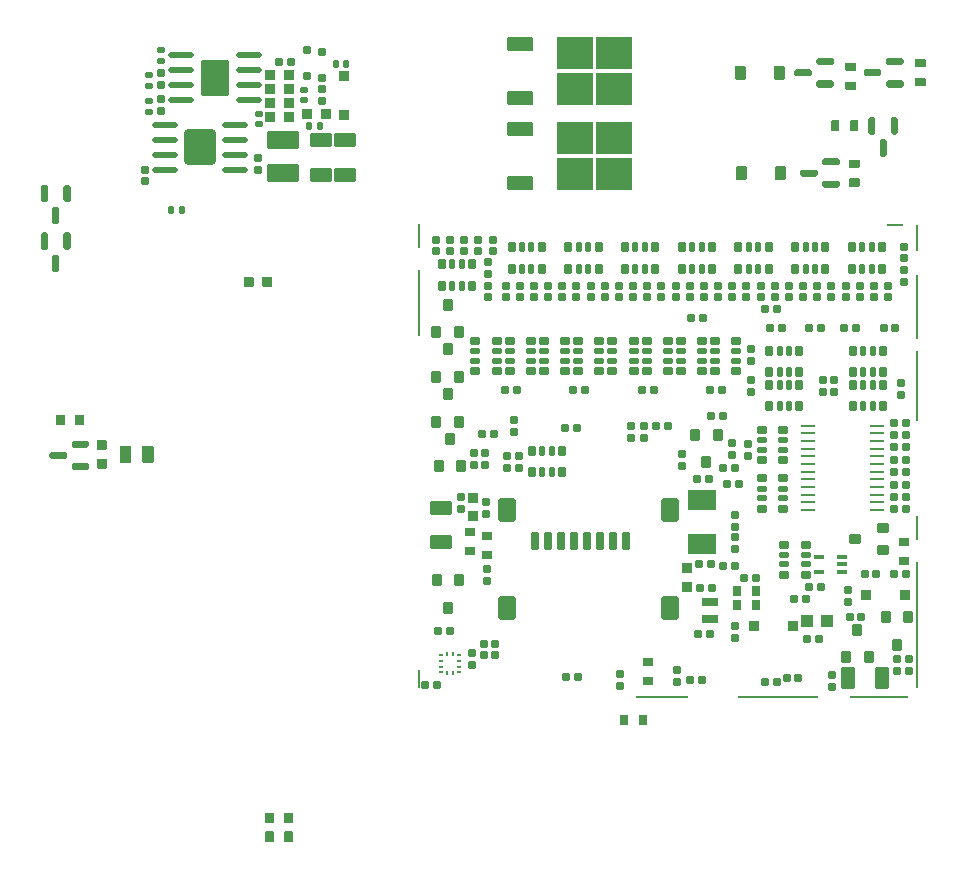
<source format=gbp>
G75*
G70*
%OFA0B0*%
%FSLAX25Y25*%
%IPPOS*%
%LPD*%
%AMOC8*
5,1,8,0,0,1.08239X$1,22.5*
%
%AMM133*
21,1,0.035430,0.030320,-0.000000,-0.000000,270.000000*
21,1,0.028350,0.037400,-0.000000,-0.000000,270.000000*
1,1,0.007090,-0.015160,-0.014170*
1,1,0.007090,-0.015160,0.014170*
1,1,0.007090,0.015160,0.014170*
1,1,0.007090,0.015160,-0.014170*
%
%AMM135*
21,1,0.035830,0.026770,-0.000000,-0.000000,180.000000*
21,1,0.029130,0.033470,-0.000000,-0.000000,180.000000*
1,1,0.006690,-0.014570,0.013390*
1,1,0.006690,0.014570,0.013390*
1,1,0.006690,0.014570,-0.013390*
1,1,0.006690,-0.014570,-0.013390*
%
%AMM137*
21,1,0.070870,0.036220,-0.000000,-0.000000,270.000000*
21,1,0.061810,0.045280,-0.000000,-0.000000,270.000000*
1,1,0.009060,-0.018110,-0.030910*
1,1,0.009060,-0.018110,0.030910*
1,1,0.009060,0.018110,0.030910*
1,1,0.009060,0.018110,-0.030910*
%
%AMM157*
21,1,0.033470,0.026770,-0.000000,-0.000000,90.000000*
21,1,0.026770,0.033470,-0.000000,-0.000000,90.000000*
1,1,0.006690,0.013390,0.013390*
1,1,0.006690,0.013390,-0.013390*
1,1,0.006690,-0.013390,-0.013390*
1,1,0.006690,-0.013390,0.013390*
%
%AMM171*
21,1,0.035830,0.026770,0.000000,-0.000000,270.000000*
21,1,0.029130,0.033470,0.000000,-0.000000,270.000000*
1,1,0.006690,-0.013390,-0.014570*
1,1,0.006690,-0.013390,0.014570*
1,1,0.006690,0.013390,0.014570*
1,1,0.006690,0.013390,-0.014570*
%
%AMM173*
21,1,0.070870,0.036220,0.000000,-0.000000,0.000000*
21,1,0.061810,0.045280,0.000000,-0.000000,0.000000*
1,1,0.009060,0.030910,-0.018110*
1,1,0.009060,-0.030910,-0.018110*
1,1,0.009060,-0.030910,0.018110*
1,1,0.009060,0.030910,0.018110*
%
%AMM176*
21,1,0.023620,0.018900,0.000000,-0.000000,0.000000*
21,1,0.018900,0.023620,0.000000,-0.000000,0.000000*
1,1,0.004720,0.009450,-0.009450*
1,1,0.004720,-0.009450,-0.009450*
1,1,0.004720,-0.009450,0.009450*
1,1,0.004720,0.009450,0.009450*
%
%AMM177*
21,1,0.019680,0.019680,0.000000,-0.000000,270.000000*
21,1,0.015750,0.023620,0.000000,-0.000000,270.000000*
1,1,0.003940,-0.009840,-0.007870*
1,1,0.003940,-0.009840,0.007870*
1,1,0.003940,0.009840,0.007870*
1,1,0.003940,0.009840,-0.007870*
%
%AMM178*
21,1,0.019680,0.019680,0.000000,-0.000000,180.000000*
21,1,0.015750,0.023620,0.000000,-0.000000,180.000000*
1,1,0.003940,-0.007870,0.009840*
1,1,0.003940,0.007870,0.009840*
1,1,0.003940,0.007870,-0.009840*
1,1,0.003940,-0.007870,-0.009840*
%
%AMM192*
21,1,0.106300,0.050390,0.000000,-0.000000,0.000000*
21,1,0.093700,0.062990,0.000000,-0.000000,0.000000*
1,1,0.012600,0.046850,-0.025200*
1,1,0.012600,-0.046850,-0.025200*
1,1,0.012600,-0.046850,0.025200*
1,1,0.012600,0.046850,0.025200*
%
%AMM193*
21,1,0.033470,0.026770,0.000000,-0.000000,180.000000*
21,1,0.026770,0.033470,0.000000,-0.000000,180.000000*
1,1,0.006690,-0.013390,0.013390*
1,1,0.006690,0.013390,0.013390*
1,1,0.006690,0.013390,-0.013390*
1,1,0.006690,-0.013390,-0.013390*
%
%AMM194*
21,1,0.023620,0.018900,0.000000,-0.000000,90.000000*
21,1,0.018900,0.023620,0.000000,-0.000000,90.000000*
1,1,0.004720,0.009450,0.009450*
1,1,0.004720,0.009450,-0.009450*
1,1,0.004720,-0.009450,-0.009450*
1,1,0.004720,-0.009450,0.009450*
%
%AMM195*
21,1,0.122050,0.075590,0.000000,-0.000000,90.000000*
21,1,0.103150,0.094490,0.000000,-0.000000,90.000000*
1,1,0.018900,0.037800,0.051580*
1,1,0.018900,0.037800,-0.051580*
1,1,0.018900,-0.037800,-0.051580*
1,1,0.018900,-0.037800,0.051580*
%
%AMM196*
21,1,0.118110,0.083460,0.000000,-0.000000,270.000000*
21,1,0.097240,0.104330,0.000000,-0.000000,270.000000*
1,1,0.020870,-0.041730,-0.048620*
1,1,0.020870,-0.041730,0.048620*
1,1,0.020870,0.041730,0.048620*
1,1,0.020870,0.041730,-0.048620*
%
%AMM259*
21,1,0.027560,0.018900,-0.000000,-0.000000,0.000000*
21,1,0.022840,0.023620,-0.000000,-0.000000,0.000000*
1,1,0.004720,0.011420,-0.009450*
1,1,0.004720,-0.011420,-0.009450*
1,1,0.004720,-0.011420,0.009450*
1,1,0.004720,0.011420,0.009450*
%
%AMM262*
21,1,0.025590,0.026380,-0.000000,-0.000000,270.000000*
21,1,0.020470,0.031500,-0.000000,-0.000000,270.000000*
1,1,0.005120,-0.013190,-0.010240*
1,1,0.005120,-0.013190,0.010240*
1,1,0.005120,0.013190,0.010240*
1,1,0.005120,0.013190,-0.010240*
%
%AMM263*
21,1,0.017720,0.027950,-0.000000,-0.000000,270.000000*
21,1,0.014170,0.031500,-0.000000,-0.000000,270.000000*
1,1,0.003540,-0.013980,-0.007090*
1,1,0.003540,-0.013980,0.007090*
1,1,0.003540,0.013980,0.007090*
1,1,0.003540,0.013980,-0.007090*
%
%AMM265*
21,1,0.012600,0.028980,-0.000000,-0.000000,270.000000*
21,1,0.010080,0.031500,-0.000000,-0.000000,270.000000*
1,1,0.002520,-0.014490,-0.005040*
1,1,0.002520,-0.014490,0.005040*
1,1,0.002520,0.014490,0.005040*
1,1,0.002520,0.014490,-0.005040*
%
%AMM268*
21,1,0.027560,0.018900,-0.000000,-0.000000,270.000000*
21,1,0.022840,0.023620,-0.000000,-0.000000,270.000000*
1,1,0.004720,-0.009450,-0.011420*
1,1,0.004720,-0.009450,0.011420*
1,1,0.004720,0.009450,0.011420*
1,1,0.004720,0.009450,-0.011420*
%
%AMM285*
21,1,0.035430,0.030320,-0.000000,-0.000000,0.000000*
21,1,0.028350,0.037400,-0.000000,-0.000000,0.000000*
1,1,0.007090,0.014170,-0.015160*
1,1,0.007090,-0.014170,-0.015160*
1,1,0.007090,-0.014170,0.015160*
1,1,0.007090,0.014170,0.015160*
%
%AMM286*
21,1,0.070870,0.036220,-0.000000,-0.000000,180.000000*
21,1,0.061810,0.045280,-0.000000,-0.000000,180.000000*
1,1,0.009060,-0.030910,0.018110*
1,1,0.009060,0.030910,0.018110*
1,1,0.009060,0.030910,-0.018110*
1,1,0.009060,-0.030910,-0.018110*
%
%AMM287*
21,1,0.059060,0.020470,-0.000000,-0.000000,270.000000*
21,1,0.053940,0.025590,-0.000000,-0.000000,270.000000*
1,1,0.005120,-0.010240,-0.026970*
1,1,0.005120,-0.010240,0.026970*
1,1,0.005120,0.010240,0.026970*
1,1,0.005120,0.010240,-0.026970*
%
%AMM288*
21,1,0.078740,0.045670,-0.000000,-0.000000,270.000000*
21,1,0.067320,0.057090,-0.000000,-0.000000,270.000000*
1,1,0.011420,-0.022840,-0.033660*
1,1,0.011420,-0.022840,0.033660*
1,1,0.011420,0.022840,0.033660*
1,1,0.011420,0.022840,-0.033660*
%
%AMM289*
21,1,0.025590,0.026380,-0.000000,-0.000000,180.000000*
21,1,0.020470,0.031500,-0.000000,-0.000000,180.000000*
1,1,0.005120,-0.010240,0.013190*
1,1,0.005120,0.010240,0.013190*
1,1,0.005120,0.010240,-0.013190*
1,1,0.005120,-0.010240,-0.013190*
%
%AMM290*
21,1,0.017720,0.027950,-0.000000,-0.000000,180.000000*
21,1,0.014170,0.031500,-0.000000,-0.000000,180.000000*
1,1,0.003540,-0.007090,0.013980*
1,1,0.003540,0.007090,0.013980*
1,1,0.003540,0.007090,-0.013980*
1,1,0.003540,-0.007090,-0.013980*
%
%AMM291*
21,1,0.027560,0.030710,-0.000000,-0.000000,270.000000*
21,1,0.022050,0.036220,-0.000000,-0.000000,270.000000*
1,1,0.005510,-0.015350,-0.011020*
1,1,0.005510,-0.015350,0.011020*
1,1,0.005510,0.015350,0.011020*
1,1,0.005510,0.015350,-0.011020*
%
%AMM292*
21,1,0.027560,0.049610,-0.000000,-0.000000,90.000000*
21,1,0.022050,0.055120,-0.000000,-0.000000,90.000000*
1,1,0.005510,0.024800,0.011020*
1,1,0.005510,0.024800,-0.011020*
1,1,0.005510,-0.024800,-0.011020*
1,1,0.005510,-0.024800,0.011020*
%
%AMM293*
21,1,0.027560,0.030710,-0.000000,-0.000000,180.000000*
21,1,0.022050,0.036220,-0.000000,-0.000000,180.000000*
1,1,0.005510,-0.011020,0.015350*
1,1,0.005510,0.011020,0.015350*
1,1,0.005510,0.011020,-0.015350*
1,1,0.005510,-0.011020,-0.015350*
%
%ADD195R,0.03937X0.04331*%
%ADD200R,0.09449X0.06693*%
%ADD206O,0.04961X0.00984*%
%ADD207R,0.00984X0.01378*%
%ADD208R,0.01378X0.00984*%
%ADD283O,0.08661X0.01968*%
%ADD295M133*%
%ADD297M135*%
%ADD299M137*%
%ADD319M157*%
%ADD333M171*%
%ADD335M173*%
%ADD338M176*%
%ADD339M177*%
%ADD340M178*%
%ADD354M192*%
%ADD355M193*%
%ADD356M194*%
%ADD357M195*%
%ADD358M196*%
%ADD441M259*%
%ADD444M262*%
%ADD445M263*%
%ADD447M265*%
%ADD450M268*%
%ADD46R,0.00787X0.09055*%
%ADD467M285*%
%ADD468M286*%
%ADD469M287*%
%ADD47R,0.00787X0.42126*%
%ADD470M288*%
%ADD471M289*%
%ADD472M290*%
%ADD473M291*%
%ADD474M292*%
%ADD475M293*%
%ADD48R,0.00787X0.08268*%
%ADD49R,0.00787X0.23622*%
%ADD50R,0.00787X0.21260*%
%ADD51R,0.05512X0.00787*%
%ADD52R,0.19685X0.00787*%
%ADD53R,0.26772X0.00787*%
%ADD54R,0.17717X0.00787*%
%ADD55R,0.00787X0.06299*%
%ADD56R,0.00787X0.22441*%
%ADD57R,0.00787X0.07874*%
%ADD86R,0.12008X0.10827*%
X0000000Y0000000D02*
%LPD*%
G01*
D46*
X0316437Y0212303D03*
D47*
X0316437Y0083169D03*
D48*
X0316437Y0115453D03*
D49*
X0316437Y0162894D03*
D50*
X0316437Y0189272D03*
D51*
X0309350Y0216437D03*
D52*
X0303839Y0059350D03*
D53*
X0270374Y0059350D03*
D54*
X0231594Y0059350D03*
D55*
X0150689Y0065256D03*
D56*
X0150689Y0190650D03*
D57*
X0150689Y0212894D03*
G36*
G01*
X0217520Y0050039D02*
X0217520Y0053110D01*
G75*
G02*
X0217795Y0053386I0000276J0000000D01*
G01*
X0220000Y0053386D01*
G75*
G02*
X0220276Y0053110I0000000J-000276D01*
G01*
X0220276Y0050039D01*
G75*
G02*
X0220000Y0049764I-000276J0000000D01*
G01*
X0217795Y0049764D01*
G75*
G02*
X0217520Y0050039I0000000J0000276D01*
G01*
G37*
G36*
G01*
X0223819Y0050039D02*
X0223819Y0053110D01*
G75*
G02*
X0224094Y0053386I0000276J0000000D01*
G01*
X0226299Y0053386D01*
G75*
G02*
X0226575Y0053110I0000000J-000276D01*
G01*
X0226575Y0050039D01*
G75*
G02*
X0226299Y0049764I-000276J0000000D01*
G01*
X0224094Y0049764D01*
G75*
G02*
X0223819Y0050039I0000000J0000276D01*
G01*
G37*
G36*
G01*
X0099409Y0011063D02*
X0099409Y0014134D01*
G75*
G02*
X0099685Y0014409I0000276J0000000D01*
G01*
X0101890Y0014409D01*
G75*
G02*
X0102165Y0014134I0000000J-000276D01*
G01*
X0102165Y0011063D01*
G75*
G02*
X0101890Y0010787I-000276J0000000D01*
G01*
X0099685Y0010787D01*
G75*
G02*
X0099409Y0011063I0000000J0000276D01*
G01*
G37*
G36*
G01*
X0105709Y0011063D02*
X0105709Y0014134D01*
G75*
G02*
X0105984Y0014409I0000276J0000000D01*
G01*
X0108189Y0014409D01*
G75*
G02*
X0108465Y0014134I0000000J-000276D01*
G01*
X0108465Y0011063D01*
G75*
G02*
X0108189Y0010787I-000276J0000000D01*
G01*
X0105984Y0010787D01*
G75*
G02*
X0105709Y0011063I0000000J0000276D01*
G01*
G37*
G36*
G01*
X0050787Y0137697D02*
X0050787Y0142618D01*
G75*
G02*
X0051181Y0143012I0000394J0000000D01*
G01*
X0054331Y0143012D01*
G75*
G02*
X0054724Y0142618I0000000J-000394D01*
G01*
X0054724Y0137697D01*
G75*
G02*
X0054331Y0137303I-000394J0000000D01*
G01*
X0051181Y0137303D01*
G75*
G02*
X0050787Y0137697I0000000J0000394D01*
G01*
G37*
G36*
G01*
X0058268Y0137697D02*
X0058268Y0142618D01*
G75*
G02*
X0058662Y0143012I0000394J0000000D01*
G01*
X0061811Y0143012D01*
G75*
G02*
X0062205Y0142618I0000000J-000394D01*
G01*
X0062205Y0137697D01*
G75*
G02*
X0061811Y0137303I-000394J0000000D01*
G01*
X0058662Y0137303D01*
G75*
G02*
X0058268Y0137697I0000000J0000394D01*
G01*
G37*
G36*
G01*
X0256299Y0231850D02*
X0256299Y0235866D01*
G75*
G02*
X0256654Y0236220I0000354J0000000D01*
G01*
X0259488Y0236220D01*
G75*
G02*
X0259843Y0235866I0000000J-000354D01*
G01*
X0259843Y0231850D01*
G75*
G02*
X0259488Y0231496I-000354J0000000D01*
G01*
X0256654Y0231496D01*
G75*
G02*
X0256299Y0231850I0000000J0000354D01*
G01*
G37*
G36*
G01*
X0269291Y0231850D02*
X0269291Y0235866D01*
G75*
G02*
X0269646Y0236220I0000354J0000000D01*
G01*
X0272480Y0236220D01*
G75*
G02*
X0272835Y0235866I0000000J-000354D01*
G01*
X0272835Y0231850D01*
G75*
G02*
X0272480Y0231496I-000354J0000000D01*
G01*
X0269646Y0231496D01*
G75*
G02*
X0269291Y0231850I0000000J0000354D01*
G01*
G37*
G36*
G01*
X0025197Y0214075D02*
X0026378Y0214075D01*
G75*
G02*
X0026969Y0213484I0000000J-000591D01*
G01*
X0026969Y0208858D01*
G75*
G02*
X0026378Y0208268I-000591J0000000D01*
G01*
X0025197Y0208268D01*
G75*
G02*
X0024606Y0208858I0000000J0000591D01*
G01*
X0024606Y0213484D01*
G75*
G02*
X0025197Y0214075I0000591J0000000D01*
G01*
G37*
G36*
G01*
X0032677Y0214075D02*
X0033858Y0214075D01*
G75*
G02*
X0034449Y0213484I0000000J-000591D01*
G01*
X0034449Y0208858D01*
G75*
G02*
X0033858Y0208268I-000591J0000000D01*
G01*
X0032677Y0208268D01*
G75*
G02*
X0032087Y0208858I0000000J0000591D01*
G01*
X0032087Y0213484D01*
G75*
G02*
X0032677Y0214075I0000591J0000000D01*
G01*
G37*
G36*
G01*
X0028937Y0206693D02*
X0030118Y0206693D01*
G75*
G02*
X0030709Y0206102I0000000J-000591D01*
G01*
X0030709Y0201476D01*
G75*
G02*
X0030118Y0200886I-000591J0000000D01*
G01*
X0028937Y0200886D01*
G75*
G02*
X0028346Y0201476I0000000J0000591D01*
G01*
X0028346Y0206102D01*
G75*
G02*
X0028937Y0206693I0000591J0000000D01*
G01*
G37*
G36*
G01*
X0292953Y0270669D02*
X0296024Y0270669D01*
G75*
G02*
X0296299Y0270394I0000000J-000276D01*
G01*
X0296299Y0268189D01*
G75*
G02*
X0296024Y0267913I-000276J0000000D01*
G01*
X0292953Y0267913D01*
G75*
G02*
X0292677Y0268189I0000000J0000276D01*
G01*
X0292677Y0270394D01*
G75*
G02*
X0292953Y0270669I0000276J0000000D01*
G01*
G37*
G36*
G01*
X0292953Y0264370D02*
X0296024Y0264370D01*
G75*
G02*
X0296299Y0264094I0000000J-000276D01*
G01*
X0296299Y0261890D01*
G75*
G02*
X0296024Y0261614I-000276J0000000D01*
G01*
X0292953Y0261614D01*
G75*
G02*
X0292677Y0261890I0000000J0000276D01*
G01*
X0292677Y0264094D01*
G75*
G02*
X0292953Y0264370I0000276J0000000D01*
G01*
G37*
D86*
X0202559Y0245472D03*
X0202559Y0233465D03*
X0215748Y0245472D03*
X0215748Y0233465D03*
G36*
G01*
X0180020Y0228602D02*
X0180020Y0232382D01*
G75*
G02*
X0180492Y0232854I0000472J0000000D01*
G01*
X0188209Y0232854D01*
G75*
G02*
X0188681Y0232382I0000000J-000472D01*
G01*
X0188681Y0228602D01*
G75*
G02*
X0188209Y0228130I-000472J0000000D01*
G01*
X0180492Y0228130D01*
G75*
G02*
X0180020Y0228602I0000000J0000472D01*
G01*
G37*
G36*
G01*
X0180020Y0246555D02*
X0180020Y0250335D01*
G75*
G02*
X0180492Y0250807I0000472J0000000D01*
G01*
X0188209Y0250807D01*
G75*
G02*
X0188681Y0250335I0000000J-000472D01*
G01*
X0188681Y0246555D01*
G75*
G02*
X0188209Y0246083I-000472J0000000D01*
G01*
X0180492Y0246083D01*
G75*
G02*
X0180020Y0246555I0000000J0000472D01*
G01*
G37*
G36*
G01*
X0029724Y0150039D02*
X0029724Y0153110D01*
G75*
G02*
X0030000Y0153386I0000276J0000000D01*
G01*
X0032205Y0153386D01*
G75*
G02*
X0032480Y0153110I0000000J-000276D01*
G01*
X0032480Y0150039D01*
G75*
G02*
X0032205Y0149764I-000276J0000000D01*
G01*
X0030000Y0149764D01*
G75*
G02*
X0029724Y0150039I0000000J0000276D01*
G01*
G37*
G36*
G01*
X0036024Y0150039D02*
X0036024Y0153110D01*
G75*
G02*
X0036299Y0153386I0000276J0000000D01*
G01*
X0038504Y0153386D01*
G75*
G02*
X0038780Y0153110I0000000J-000276D01*
G01*
X0038780Y0150039D01*
G75*
G02*
X0038504Y0149764I-000276J0000000D01*
G01*
X0036299Y0149764D01*
G75*
G02*
X0036024Y0150039I0000000J0000276D01*
G01*
G37*
G36*
G01*
X0290846Y0238189D02*
X0290846Y0237008D01*
G75*
G02*
X0290256Y0236417I-000591J0000000D01*
G01*
X0285630Y0236417D01*
G75*
G02*
X0285039Y0237008I0000000J0000591D01*
G01*
X0285039Y0238189D01*
G75*
G02*
X0285630Y0238780I0000591J0000000D01*
G01*
X0290256Y0238780D01*
G75*
G02*
X0290846Y0238189I0000000J-000591D01*
G01*
G37*
G36*
G01*
X0290846Y0230709D02*
X0290846Y0229528D01*
G75*
G02*
X0290256Y0228937I-000591J0000000D01*
G01*
X0285630Y0228937D01*
G75*
G02*
X0285039Y0229528I0000000J0000591D01*
G01*
X0285039Y0230709D01*
G75*
G02*
X0285630Y0231299I0000591J0000000D01*
G01*
X0290256Y0231299D01*
G75*
G02*
X0290846Y0230709I0000000J-000591D01*
G01*
G37*
G36*
G01*
X0283465Y0234449D02*
X0283465Y0233268D01*
G75*
G02*
X0282874Y0232677I-000591J0000000D01*
G01*
X0278248Y0232677D01*
G75*
G02*
X0277657Y0233268I0000000J0000591D01*
G01*
X0277657Y0234449D01*
G75*
G02*
X0278248Y0235039I0000591J0000000D01*
G01*
X0282874Y0235039D01*
G75*
G02*
X0283465Y0234449I0000000J-000591D01*
G01*
G37*
G36*
G01*
X0288878Y0271654D02*
X0288878Y0270472D01*
G75*
G02*
X0288287Y0269882I-000591J0000000D01*
G01*
X0283661Y0269882D01*
G75*
G02*
X0283071Y0270472I0000000J0000591D01*
G01*
X0283071Y0271654D01*
G75*
G02*
X0283661Y0272244I0000591J0000000D01*
G01*
X0288287Y0272244D01*
G75*
G02*
X0288878Y0271654I0000000J-000591D01*
G01*
G37*
G36*
G01*
X0288878Y0264173D02*
X0288878Y0262992D01*
G75*
G02*
X0288287Y0262402I-000591J0000000D01*
G01*
X0283661Y0262402D01*
G75*
G02*
X0283071Y0262992I0000000J0000591D01*
G01*
X0283071Y0264173D01*
G75*
G02*
X0283661Y0264764I0000591J0000000D01*
G01*
X0288287Y0264764D01*
G75*
G02*
X0288878Y0264173I0000000J-000591D01*
G01*
G37*
G36*
G01*
X0281496Y0267913D02*
X0281496Y0266732D01*
G75*
G02*
X0280906Y0266142I-000591J0000000D01*
G01*
X0276280Y0266142D01*
G75*
G02*
X0275689Y0266732I0000000J0000591D01*
G01*
X0275689Y0267913D01*
G75*
G02*
X0276280Y0268504I0000591J0000000D01*
G01*
X0280906Y0268504D01*
G75*
G02*
X0281496Y0267913I0000000J-000591D01*
G01*
G37*
G36*
G01*
X0025197Y0229970D02*
X0026378Y0229970D01*
G75*
G02*
X0026969Y0229380I0000000J-000591D01*
G01*
X0026969Y0224754D01*
G75*
G02*
X0026378Y0224163I-000591J0000000D01*
G01*
X0025197Y0224163D01*
G75*
G02*
X0024606Y0224754I0000000J0000591D01*
G01*
X0024606Y0229380D01*
G75*
G02*
X0025197Y0229970I0000591J0000000D01*
G01*
G37*
G36*
G01*
X0032677Y0229970D02*
X0033858Y0229970D01*
G75*
G02*
X0034449Y0229380I0000000J-000591D01*
G01*
X0034449Y0224754D01*
G75*
G02*
X0033858Y0224163I-000591J0000000D01*
G01*
X0032677Y0224163D01*
G75*
G02*
X0032087Y0224754I0000000J0000591D01*
G01*
X0032087Y0229380D01*
G75*
G02*
X0032677Y0229970I0000591J0000000D01*
G01*
G37*
G36*
G01*
X0028937Y0222589D02*
X0030118Y0222589D01*
G75*
G02*
X0030709Y0221998I0000000J-000591D01*
G01*
X0030709Y0217372D01*
G75*
G02*
X0030118Y0216781I-000591J0000000D01*
G01*
X0028937Y0216781D01*
G75*
G02*
X0028346Y0217372I0000000J0000591D01*
G01*
X0028346Y0221998D01*
G75*
G02*
X0028937Y0222589I0000591J0000000D01*
G01*
G37*
G36*
G01*
X0046220Y0135374D02*
X0043543Y0135374D01*
G75*
G02*
X0043209Y0135709I0000000J0000335D01*
G01*
X0043209Y0138386D01*
G75*
G02*
X0043543Y0138720I0000335J0000000D01*
G01*
X0046220Y0138720D01*
G75*
G02*
X0046555Y0138386I0000000J-000335D01*
G01*
X0046555Y0135709D01*
G75*
G02*
X0046220Y0135374I-000335J0000000D01*
G01*
G37*
G36*
G01*
X0046220Y0141594D02*
X0043543Y0141594D01*
G75*
G02*
X0043209Y0141929I0000000J0000335D01*
G01*
X0043209Y0144606D01*
G75*
G02*
X0043543Y0144941I0000335J0000000D01*
G01*
X0046220Y0144941D01*
G75*
G02*
X0046555Y0144606I0000000J-000335D01*
G01*
X0046555Y0141929D01*
G75*
G02*
X0046220Y0141594I-000335J0000000D01*
G01*
G37*
G36*
G01*
X0300984Y0252510D02*
X0302165Y0252510D01*
G75*
G02*
X0302756Y0251919I0000000J-000591D01*
G01*
X0302756Y0247293D01*
G75*
G02*
X0302165Y0246703I-000591J0000000D01*
G01*
X0300984Y0246703D01*
G75*
G02*
X0300394Y0247293I0000000J0000591D01*
G01*
X0300394Y0251919D01*
G75*
G02*
X0300984Y0252510I0000591J0000000D01*
G01*
G37*
G36*
G01*
X0304724Y0245128D02*
X0305906Y0245128D01*
G75*
G02*
X0306496Y0244537I0000000J-000591D01*
G01*
X0306496Y0239911D01*
G75*
G02*
X0305906Y0239321I-000591J0000000D01*
G01*
X0304724Y0239321D01*
G75*
G02*
X0304134Y0239911I0000000J0000591D01*
G01*
X0304134Y0244537D01*
G75*
G02*
X0304724Y0245128I0000591J0000000D01*
G01*
G37*
G36*
G01*
X0308465Y0252510D02*
X0309646Y0252510D01*
G75*
G02*
X0310236Y0251919I0000000J-000591D01*
G01*
X0310236Y0247293D01*
G75*
G02*
X0309646Y0246703I-000591J0000000D01*
G01*
X0308465Y0246703D01*
G75*
G02*
X0307874Y0247293I0000000J0000591D01*
G01*
X0307874Y0251919D01*
G75*
G02*
X0308465Y0252510I0000591J0000000D01*
G01*
G37*
G36*
G01*
X0040600Y0144094D02*
X0040600Y0142913D01*
G75*
G02*
X0040010Y0142323I-000591J0000000D01*
G01*
X0035384Y0142323D01*
G75*
G02*
X0034793Y0142913I0000000J0000591D01*
G01*
X0034793Y0144094D01*
G75*
G02*
X0035384Y0144685I0000591J0000000D01*
G01*
X0040010Y0144685D01*
G75*
G02*
X0040600Y0144094I0000000J-000591D01*
G01*
G37*
G36*
G01*
X0033219Y0140354D02*
X0033219Y0139173D01*
G75*
G02*
X0032628Y0138583I-000591J0000000D01*
G01*
X0028002Y0138583D01*
G75*
G02*
X0027411Y0139173I0000000J0000591D01*
G01*
X0027411Y0140354D01*
G75*
G02*
X0028002Y0140945I0000591J0000000D01*
G01*
X0032628Y0140945D01*
G75*
G02*
X0033219Y0140354I0000000J-000591D01*
G01*
G37*
G36*
G01*
X0040600Y0136614D02*
X0040600Y0135433D01*
G75*
G02*
X0040010Y0134843I-000591J0000000D01*
G01*
X0035384Y0134843D01*
G75*
G02*
X0034793Y0135433I0000000J0000591D01*
G01*
X0034793Y0136614D01*
G75*
G02*
X0035384Y0137205I0000591J0000000D01*
G01*
X0040010Y0137205D01*
G75*
G02*
X0040600Y0136614I0000000J-000591D01*
G01*
G37*
G36*
G01*
X0316181Y0271850D02*
X0319252Y0271850D01*
G75*
G02*
X0319528Y0271575I0000000J-000276D01*
G01*
X0319528Y0269370D01*
G75*
G02*
X0319252Y0269094I-000276J0000000D01*
G01*
X0316181Y0269094D01*
G75*
G02*
X0315906Y0269370I0000000J0000276D01*
G01*
X0315906Y0271575D01*
G75*
G02*
X0316181Y0271850I0000276J0000000D01*
G01*
G37*
G36*
G01*
X0316181Y0265551D02*
X0319252Y0265551D01*
G75*
G02*
X0319528Y0265276I0000000J-000276D01*
G01*
X0319528Y0263071D01*
G75*
G02*
X0319252Y0262795I-000276J0000000D01*
G01*
X0316181Y0262795D01*
G75*
G02*
X0315906Y0263071I0000000J0000276D01*
G01*
X0315906Y0265276D01*
G75*
G02*
X0316181Y0265551I0000276J0000000D01*
G01*
G37*
G36*
G01*
X0255906Y0265315D02*
X0255906Y0269331D01*
G75*
G02*
X0256260Y0269685I0000354J0000000D01*
G01*
X0259094Y0269685D01*
G75*
G02*
X0259449Y0269331I0000000J-000354D01*
G01*
X0259449Y0265315D01*
G75*
G02*
X0259094Y0264961I-000354J0000000D01*
G01*
X0256260Y0264961D01*
G75*
G02*
X0255906Y0265315I0000000J0000354D01*
G01*
G37*
G36*
G01*
X0268898Y0265315D02*
X0268898Y0269331D01*
G75*
G02*
X0269252Y0269685I0000354J0000000D01*
G01*
X0272087Y0269685D01*
G75*
G02*
X0272441Y0269331I0000000J-000354D01*
G01*
X0272441Y0265315D01*
G75*
G02*
X0272087Y0264961I-000354J0000000D01*
G01*
X0269252Y0264961D01*
G75*
G02*
X0268898Y0265315I0000000J0000354D01*
G01*
G37*
G36*
G01*
X0312106Y0271654D02*
X0312106Y0270472D01*
G75*
G02*
X0311516Y0269882I-000591J0000000D01*
G01*
X0306890Y0269882D01*
G75*
G02*
X0306299Y0270472I0000000J0000591D01*
G01*
X0306299Y0271654D01*
G75*
G02*
X0306890Y0272244I0000591J0000000D01*
G01*
X0311516Y0272244D01*
G75*
G02*
X0312106Y0271654I0000000J-000591D01*
G01*
G37*
G36*
G01*
X0304724Y0267913D02*
X0304724Y0266732D01*
G75*
G02*
X0304134Y0266142I-000591J0000000D01*
G01*
X0299508Y0266142D01*
G75*
G02*
X0298917Y0266732I0000000J0000591D01*
G01*
X0298917Y0267913D01*
G75*
G02*
X0299508Y0268504I0000591J0000000D01*
G01*
X0304134Y0268504D01*
G75*
G02*
X0304724Y0267913I0000000J-000591D01*
G01*
G37*
G36*
G01*
X0312106Y0264173D02*
X0312106Y0262992D01*
G75*
G02*
X0311516Y0262402I-000591J0000000D01*
G01*
X0306890Y0262402D01*
G75*
G02*
X0306299Y0262992I0000000J0000591D01*
G01*
X0306299Y0264173D01*
G75*
G02*
X0306890Y0264764I0000591J0000000D01*
G01*
X0311516Y0264764D01*
G75*
G02*
X0312106Y0264173I0000000J-000591D01*
G01*
G37*
G36*
G01*
X0297047Y0251142D02*
X0297047Y0248071D01*
G75*
G02*
X0296772Y0247795I-000276J0000000D01*
G01*
X0294567Y0247795D01*
G75*
G02*
X0294291Y0248071I0000000J0000276D01*
G01*
X0294291Y0251142D01*
G75*
G02*
X0294567Y0251417I0000276J0000000D01*
G01*
X0296772Y0251417D01*
G75*
G02*
X0297047Y0251142I0000000J-000276D01*
G01*
G37*
G36*
G01*
X0290748Y0251142D02*
X0290748Y0248071D01*
G75*
G02*
X0290472Y0247795I-000276J0000000D01*
G01*
X0288268Y0247795D01*
G75*
G02*
X0287992Y0248071I0000000J0000276D01*
G01*
X0287992Y0251142D01*
G75*
G02*
X0288268Y0251417I0000276J0000000D01*
G01*
X0290472Y0251417D01*
G75*
G02*
X0290748Y0251142I0000000J-000276D01*
G01*
G37*
G36*
G01*
X0108465Y0020433D02*
X0108465Y0017362D01*
G75*
G02*
X0108189Y0017087I-000276J0000000D01*
G01*
X0105984Y0017087D01*
G75*
G02*
X0105709Y0017362I0000000J0000276D01*
G01*
X0105709Y0020433D01*
G75*
G02*
X0105984Y0020709I0000276J0000000D01*
G01*
X0108189Y0020709D01*
G75*
G02*
X0108465Y0020433I0000000J-000276D01*
G01*
G37*
G36*
G01*
X0102165Y0020433D02*
X0102165Y0017362D01*
G75*
G02*
X0101890Y0017087I-000276J0000000D01*
G01*
X0099685Y0017087D01*
G75*
G02*
X0099409Y0017362I0000000J0000276D01*
G01*
X0099409Y0020433D01*
G75*
G02*
X0099685Y0020709I0000276J0000000D01*
G01*
X0101890Y0020709D01*
G75*
G02*
X0102165Y0020433I0000000J-000276D01*
G01*
G37*
G36*
G01*
X0092106Y0196299D02*
X0092106Y0198976D01*
G75*
G02*
X0092441Y0199311I0000335J0000000D01*
G01*
X0095118Y0199311D01*
G75*
G02*
X0095453Y0198976I0000000J-000335D01*
G01*
X0095453Y0196299D01*
G75*
G02*
X0095118Y0195965I-000335J0000000D01*
G01*
X0092441Y0195965D01*
G75*
G02*
X0092106Y0196299I0000000J0000335D01*
G01*
G37*
G36*
G01*
X0098327Y0196299D02*
X0098327Y0198976D01*
G75*
G02*
X0098661Y0199311I0000335J0000000D01*
G01*
X0101339Y0199311D01*
G75*
G02*
X0101673Y0198976I0000000J-000335D01*
G01*
X0101673Y0196299D01*
G75*
G02*
X0101339Y0195965I-000335J0000000D01*
G01*
X0098661Y0195965D01*
G75*
G02*
X0098327Y0196299I0000000J0000335D01*
G01*
G37*
G36*
G01*
X0294134Y0238386D02*
X0297205Y0238386D01*
G75*
G02*
X0297480Y0238110I0000000J-000276D01*
G01*
X0297480Y0235906D01*
G75*
G02*
X0297205Y0235630I-000276J0000000D01*
G01*
X0294134Y0235630D01*
G75*
G02*
X0293858Y0235906I0000000J0000276D01*
G01*
X0293858Y0238110D01*
G75*
G02*
X0294134Y0238386I0000276J0000000D01*
G01*
G37*
G36*
G01*
X0294134Y0232087D02*
X0297205Y0232087D01*
G75*
G02*
X0297480Y0231811I0000000J-000276D01*
G01*
X0297480Y0229606D01*
G75*
G02*
X0297205Y0229331I-000276J0000000D01*
G01*
X0294134Y0229331D01*
G75*
G02*
X0293858Y0229606I0000000J0000276D01*
G01*
X0293858Y0231811D01*
G75*
G02*
X0294134Y0232087I0000276J0000000D01*
G01*
G37*
X0202559Y0273819D03*
X0202559Y0261811D03*
X0215748Y0273819D03*
X0215748Y0261811D03*
G36*
G01*
X0180020Y0256949D02*
X0180020Y0260728D01*
G75*
G02*
X0180492Y0261201I0000472J0000000D01*
G01*
X0188209Y0261201D01*
G75*
G02*
X0188681Y0260728I0000000J-000472D01*
G01*
X0188681Y0256949D01*
G75*
G02*
X0188209Y0256476I-000472J0000000D01*
G01*
X0180492Y0256476D01*
G75*
G02*
X0180020Y0256949I0000000J0000472D01*
G01*
G37*
G36*
G01*
X0180020Y0274902D02*
X0180020Y0278681D01*
G75*
G02*
X0180492Y0279154I0000472J0000000D01*
G01*
X0188209Y0279154D01*
G75*
G02*
X0188681Y0278681I0000000J-000472D01*
G01*
X0188681Y0274902D01*
G75*
G02*
X0188209Y0274429I-000472J0000000D01*
G01*
X0180492Y0274429D01*
G75*
G02*
X0180020Y0274902I0000000J0000472D01*
G01*
G37*
X0049114Y0283169D02*
G01*
G75*
D333*
X0125492Y0253254D02*
D03*
X0125492Y0266246D02*
D03*
D335*
X0125886Y0233394D02*
D03*
X0125886Y0244811D02*
D03*
X0117854Y0233394D02*
D03*
X0117854Y0244811D02*
D03*
D338*
X0103838Y0270767D02*
D03*
X0107775Y0270767D02*
D03*
X0118405Y0274114D02*
D03*
X0118405Y0265452D02*
D03*
X0113157Y0274901D02*
D03*
X0113157Y0266240D02*
D03*
D339*
X0060531Y0263014D02*
D03*
X0060531Y0266558D02*
D03*
X0097264Y0253623D02*
D03*
X0097264Y0250079D02*
D03*
X0112369Y0261620D02*
D03*
X0112369Y0258077D02*
D03*
X0060531Y0254396D02*
D03*
X0060531Y0257939D02*
D03*
X0064468Y0274901D02*
D03*
X0064468Y0271358D02*
D03*
D340*
X0113944Y0249416D02*
D03*
X0117488Y0249416D02*
D03*
X0126346Y0270183D02*
D03*
X0122802Y0270183D02*
D03*
X0068029Y0221419D02*
D03*
X0071573Y0221419D02*
D03*
D354*
X0105413Y0233956D02*
D03*
X0105413Y0244980D02*
D03*
D355*
X0101090Y0266634D02*
D03*
X0107310Y0266634D02*
D03*
X0101090Y0252540D02*
D03*
X0107310Y0252540D02*
D03*
X0101090Y0257231D02*
D03*
X0107310Y0257231D02*
D03*
X0101090Y0261923D02*
D03*
X0107310Y0261923D02*
D03*
X0113334Y0253721D02*
D03*
X0119555Y0253721D02*
D03*
D356*
X0064468Y0263211D02*
D03*
X0064468Y0267148D02*
D03*
X0064468Y0258530D02*
D03*
X0064468Y0254593D02*
D03*
X0118405Y0261817D02*
D03*
X0118405Y0257880D02*
D03*
X0096791Y0238884D02*
D03*
X0096791Y0234947D02*
D03*
X0059350Y0231108D02*
D03*
X0059350Y0235046D02*
D03*
D283*
X0071228Y0258097D02*
D03*
X0071228Y0263097D02*
D03*
X0071228Y0268097D02*
D03*
X0071228Y0273097D02*
D03*
X0093865Y0258097D02*
D03*
X0093865Y0263097D02*
D03*
X0093865Y0268097D02*
D03*
X0093865Y0273097D02*
D03*
X0065945Y0235030D02*
D03*
X0065945Y0240030D02*
D03*
X0065945Y0245030D02*
D03*
X0065945Y0250030D02*
D03*
X0089370Y0235030D02*
D03*
X0089370Y0240030D02*
D03*
X0089370Y0245030D02*
D03*
X0089370Y0250030D02*
D03*
D357*
X0082546Y0265597D02*
D03*
D358*
X0077657Y0242530D02*
D03*
X0316831Y0216831D02*
G01*
G75*
D50*
X0316437Y0189272D02*
D03*
D46*
X0316437Y0212303D02*
D03*
D49*
X0316437Y0162894D02*
D03*
D57*
X0150689Y0212894D02*
D03*
D48*
X0316437Y0115453D02*
D03*
D47*
X0316437Y0083170D02*
D03*
D52*
X0303839Y0059351D02*
D03*
D53*
X0270374Y0059351D02*
D03*
D54*
X0231595Y0059351D02*
D03*
D56*
X0150689Y0190650D02*
D03*
D55*
X0150689Y0065256D02*
D03*
D51*
X0309351Y0216437D02*
D03*
D295*
X0305216Y0115589D02*
D03*
X0295964Y0111849D02*
D03*
D295*
X0305216Y0108108D02*
D03*
D441*
X0285138Y0164863D02*
D03*
X0285138Y0160926D02*
D03*
X0164469Y0121949D02*
D03*
X0164469Y0125886D02*
D03*
X0288189Y0062697D02*
D03*
X0288189Y0066634D02*
D03*
X0255006Y0140059D02*
D03*
X0255006Y0143996D02*
D03*
X0238101Y0140131D02*
D03*
X0238101Y0136194D02*
D03*
X0260138Y0143603D02*
D03*
X0260138Y0139666D02*
D03*
X0311332Y0160015D02*
D03*
X0311332Y0163952D02*
D03*
X0293603Y0090847D02*
D03*
X0293603Y0094784D02*
D03*
X0314075Y0071752D02*
D03*
X0314075Y0067815D02*
D03*
X0182185Y0147540D02*
D03*
X0182185Y0151477D02*
D03*
X0255807Y0082973D02*
D03*
X0255807Y0079036D02*
D03*
X0225590Y0149410D02*
D03*
X0225590Y0145473D02*
D03*
X0236615Y0068110D02*
D03*
X0236615Y0064174D02*
D03*
X0183760Y0135729D02*
D03*
X0183760Y0139666D02*
D03*
X0179823Y0135729D02*
D03*
X0179823Y0139666D02*
D03*
X0309941Y0071752D02*
D03*
X0309941Y0067815D02*
D03*
X0172933Y0120374D02*
D03*
X0172933Y0124311D02*
D03*
X0173130Y0097933D02*
D03*
X0173130Y0101870D02*
D03*
X0221260Y0149410D02*
D03*
X0221260Y0145473D02*
D03*
X0217618Y0062894D02*
D03*
X0217618Y0066831D02*
D03*
X0255807Y0112500D02*
D03*
X0255807Y0108563D02*
D03*
X0255807Y0116044D02*
D03*
X0255807Y0119981D02*
D03*
X0269193Y0192422D02*
D03*
X0269193Y0196359D02*
D03*
X0264469Y0192422D02*
D03*
X0264469Y0196359D02*
D03*
X0259744Y0192422D02*
D03*
X0259744Y0196359D02*
D03*
X0255020Y0192422D02*
D03*
X0255020Y0196359D02*
D03*
X0170374Y0211713D02*
D03*
X0170374Y0207776D02*
D03*
X0165650Y0207776D02*
D03*
X0165650Y0211713D02*
D03*
X0160926Y0211713D02*
D03*
X0160926Y0207776D02*
D03*
X0156201Y0211713D02*
D03*
X0156201Y0207776D02*
D03*
X0289075Y0164863D02*
D03*
X0289075Y0160926D02*
D03*
X0261122Y0164863D02*
D03*
X0261122Y0160926D02*
D03*
X0292815Y0192422D02*
D03*
X0292815Y0196359D02*
D03*
X0297539Y0192422D02*
D03*
X0297539Y0196359D02*
D03*
X0302264Y0192422D02*
D03*
X0302264Y0196359D02*
D03*
X0306988Y0192422D02*
D03*
X0306988Y0196359D02*
D03*
X0273917Y0192422D02*
D03*
X0273917Y0196359D02*
D03*
X0278642Y0192422D02*
D03*
X0278642Y0196359D02*
D03*
X0283366Y0192422D02*
D03*
X0283366Y0196359D02*
D03*
X0288091Y0192422D02*
D03*
X0288091Y0196359D02*
D03*
X0236122Y0192422D02*
D03*
X0236122Y0196359D02*
D03*
X0240846Y0192422D02*
D03*
X0240846Y0196359D02*
D03*
X0245571Y0192422D02*
D03*
X0245571Y0196359D02*
D03*
X0250295Y0192422D02*
D03*
X0250295Y0196359D02*
D03*
X0217224Y0196359D02*
D03*
X0217224Y0192422D02*
D03*
X0221949Y0192422D02*
D03*
X0221949Y0196359D02*
D03*
X0226673Y0192422D02*
D03*
X0226673Y0196359D02*
D03*
X0231398Y0192422D02*
D03*
X0231398Y0196359D02*
D03*
X0198327Y0192422D02*
D03*
X0198327Y0196359D02*
D03*
X0203051Y0192422D02*
D03*
X0203051Y0196359D02*
D03*
X0207776Y0192422D02*
D03*
X0207776Y0196359D02*
D03*
X0212500Y0192422D02*
D03*
X0212500Y0196359D02*
D03*
X0184154Y0192422D02*
D03*
X0184154Y0196359D02*
D03*
X0188878Y0192422D02*
D03*
X0188878Y0196359D02*
D03*
X0193603Y0192422D02*
D03*
X0193603Y0196359D02*
D03*
X0312107Y0201674D02*
D03*
X0312107Y0197737D02*
D03*
X0175098Y0207776D02*
D03*
X0175098Y0211713D02*
D03*
X0261122Y0175099D02*
D03*
X0261122Y0171162D02*
D03*
X0173524Y0196359D02*
D03*
X0173524Y0192422D02*
D03*
X0312107Y0209351D02*
D03*
X0312107Y0205414D02*
D03*
X0173524Y0200296D02*
D03*
X0173524Y0204233D02*
D03*
X0168406Y0069981D02*
D03*
X0168406Y0073918D02*
D03*
X0179429Y0192422D02*
D03*
X0179429Y0196359D02*
D03*
D444*
X0279429Y0100000D02*
D03*
X0272343Y0100000D02*
D03*
X0272343Y0110040D02*
D03*
X0279429Y0110040D02*
D03*
X0264862Y0148229D02*
D03*
X0271949Y0148229D02*
D03*
X0271949Y0138189D02*
D03*
X0264862Y0138189D02*
D03*
X0264862Y0132087D02*
D03*
X0271949Y0132087D02*
D03*
X0271949Y0122047D02*
D03*
X0264862Y0122047D02*
D03*
X0169390Y0167914D02*
D03*
X0176477Y0167914D02*
D03*
X0176477Y0177953D02*
D03*
X0169390Y0177953D02*
D03*
X0187894Y0177953D02*
D03*
X0180807Y0177953D02*
D03*
X0180807Y0167914D02*
D03*
X0187894Y0167914D02*
D03*
X0237894Y0167914D02*
D03*
X0244980Y0167914D02*
D03*
X0244980Y0177953D02*
D03*
X0237894Y0177953D02*
D03*
X0256398Y0177953D02*
D03*
X0249311Y0177953D02*
D03*
X0249311Y0167914D02*
D03*
X0256398Y0167914D02*
D03*
X0215059Y0167914D02*
D03*
X0222146Y0167914D02*
D03*
X0222146Y0177953D02*
D03*
X0215059Y0177953D02*
D03*
X0233563Y0177953D02*
D03*
X0226476Y0177953D02*
D03*
X0226476Y0167914D02*
D03*
X0233563Y0167914D02*
D03*
X0192224Y0167914D02*
D03*
X0199311Y0167914D02*
D03*
X0199311Y0177953D02*
D03*
X0192224Y0177953D02*
D03*
X0210728Y0177953D02*
D03*
X0203642Y0177953D02*
D03*
X0203642Y0167914D02*
D03*
X0210728Y0167914D02*
D03*
D445*
X0272343Y0106595D02*
D03*
X0272343Y0103445D02*
D03*
X0279429Y0103445D02*
D03*
X0279429Y0106595D02*
D03*
X0271949Y0141634D02*
D03*
X0271949Y0144784D02*
D03*
X0264862Y0144784D02*
D03*
X0264862Y0141634D02*
D03*
X0271949Y0125492D02*
D03*
X0271949Y0128642D02*
D03*
X0264862Y0128642D02*
D03*
X0264862Y0125492D02*
D03*
X0169390Y0171359D02*
D03*
X0169390Y0174508D02*
D03*
X0176477Y0174508D02*
D03*
X0176477Y0171359D02*
D03*
X0187894Y0174508D02*
D03*
X0187894Y0171359D02*
D03*
X0180807Y0171359D02*
D03*
X0180807Y0174508D02*
D03*
X0237894Y0171359D02*
D03*
X0237894Y0174508D02*
D03*
X0244980Y0174508D02*
D03*
X0244980Y0171359D02*
D03*
X0256398Y0174508D02*
D03*
X0256398Y0171359D02*
D03*
X0249311Y0171359D02*
D03*
X0249311Y0174508D02*
D03*
X0215059Y0171359D02*
D03*
X0215059Y0174508D02*
D03*
X0222146Y0174508D02*
D03*
X0222146Y0171359D02*
D03*
X0233563Y0174508D02*
D03*
X0233563Y0171359D02*
D03*
X0226476Y0171359D02*
D03*
X0226476Y0174508D02*
D03*
X0192224Y0171359D02*
D03*
X0192224Y0174508D02*
D03*
X0199311Y0174508D02*
D03*
X0199311Y0171359D02*
D03*
X0210728Y0174508D02*
D03*
X0210728Y0171359D02*
D03*
X0203642Y0171359D02*
D03*
X0203642Y0174508D02*
D03*
D447*
X0291437Y0106004D02*
D03*
X0291437Y0103445D02*
D03*
X0291437Y0100886D02*
D03*
X0283957Y0100886D02*
D03*
X0283957Y0106004D02*
D03*
D450*
X0273130Y0065453D02*
D03*
X0277067Y0065453D02*
D03*
X0156988Y0081201D02*
D03*
X0160926Y0081201D02*
D03*
X0298088Y0086022D02*
D03*
X0294151Y0086022D02*
D03*
X0275492Y0092028D02*
D03*
X0279429Y0092028D02*
D03*
X0284548Y0095965D02*
D03*
X0280611Y0095965D02*
D03*
X0175492Y0146752D02*
D03*
X0171555Y0146752D02*
D03*
X0244784Y0064862D02*
D03*
X0240847Y0064862D02*
D03*
X0176083Y0077067D02*
D03*
X0172146Y0077067D02*
D03*
X0203445Y0066044D02*
D03*
X0199508Y0066044D02*
D03*
X0247921Y0152853D02*
D03*
X0251858Y0152853D02*
D03*
X0257185Y0130217D02*
D03*
X0253248Y0130217D02*
D03*
X0247146Y0131792D02*
D03*
X0243209Y0131792D02*
D03*
X0247933Y0103445D02*
D03*
X0243996Y0103445D02*
D03*
X0152658Y0063288D02*
D03*
X0156595Y0063288D02*
D03*
X0265847Y0064272D02*
D03*
X0269784Y0064272D02*
D03*
X0283760Y0078642D02*
D03*
X0279823Y0078642D02*
D03*
X0172736Y0140453D02*
D03*
X0168799Y0140453D02*
D03*
X0172736Y0136516D02*
D03*
X0168799Y0136516D02*
D03*
X0172146Y0073130D02*
D03*
X0176083Y0073130D02*
D03*
X0199213Y0149016D02*
D03*
X0203150Y0149016D02*
D03*
X0255807Y0103052D02*
D03*
X0251870Y0103052D02*
D03*
X0255807Y0135532D02*
D03*
X0251870Y0135532D02*
D03*
X0247540Y0080217D02*
D03*
X0243603Y0080217D02*
D03*
X0248327Y0095571D02*
D03*
X0244390Y0095571D02*
D03*
X0233465Y0149410D02*
D03*
X0229528Y0149410D02*
D03*
X0262796Y0099016D02*
D03*
X0258859Y0099016D02*
D03*
X0179232Y0161713D02*
D03*
X0183169Y0161713D02*
D03*
X0247736Y0161713D02*
D03*
X0251673Y0161713D02*
D03*
X0224902Y0161713D02*
D03*
X0228839Y0161713D02*
D03*
X0202067Y0161713D02*
D03*
X0206004Y0161713D02*
D03*
X0241240Y0185729D02*
D03*
X0245177Y0185729D02*
D03*
X0296292Y0182185D02*
D03*
X0292355Y0182185D02*
D03*
X0305481Y0182185D02*
D03*
X0309418Y0182185D02*
D03*
X0271488Y0182185D02*
D03*
X0267551Y0182185D02*
D03*
X0280677Y0182185D02*
D03*
X0284614Y0182185D02*
D03*
X0308957Y0100296D02*
D03*
X0312894Y0100296D02*
D03*
X0303051Y0100296D02*
D03*
X0299114Y0100296D02*
D03*
X0266043Y0188485D02*
D03*
X0269980Y0188485D02*
D03*
X0312894Y0150689D02*
D03*
X0308957Y0150689D02*
D03*
X0312894Y0138288D02*
D03*
X0308957Y0138288D02*
D03*
X0312894Y0134154D02*
D03*
X0308957Y0134154D02*
D03*
X0312894Y0125886D02*
D03*
X0308957Y0125886D02*
D03*
X0312894Y0130020D02*
D03*
X0308957Y0130020D02*
D03*
X0312894Y0121752D02*
D03*
X0308957Y0121752D02*
D03*
X0312894Y0142421D02*
D03*
X0308957Y0142421D02*
D03*
X0312894Y0146555D02*
D03*
X0308957Y0146555D02*
D03*
D467*
X0160251Y0088960D02*
D03*
X0156511Y0098212D02*
D03*
X0242680Y0146711D02*
D03*
X0246420Y0137459D02*
D03*
X0306201Y0085847D02*
D03*
X0309941Y0076595D02*
D03*
X0300492Y0072422D02*
D03*
X0296752Y0081673D02*
D03*
X0163878Y0180807D02*
D03*
X0160138Y0190059D02*
D03*
X0160138Y0175164D02*
D03*
X0163878Y0165912D02*
D03*
X0163878Y0151017D02*
D03*
X0160138Y0160269D02*
D03*
X0164665Y0136122D02*
D03*
X0160925Y0145374D02*
D03*
D467*
X0163991Y0098212D02*
D03*
X0250160Y0146711D02*
D03*
X0313681Y0085847D02*
D03*
X0293012Y0072421D02*
D03*
X0156398Y0180807D02*
D03*
X0156398Y0165912D02*
D03*
X0156398Y0151017D02*
D03*
X0157185Y0136122D02*
D03*
D297*
X0312500Y0093209D02*
D03*
X0299508Y0093209D02*
D03*
X0275099Y0082973D02*
D03*
X0262106Y0082973D02*
D03*
D195*
X0280020Y0084548D02*
D03*
X0286713Y0084548D02*
D03*
D468*
X0157776Y0122343D02*
D03*
X0157776Y0110926D02*
D03*
D469*
X0219705Y0111307D02*
D03*
X0215374Y0111307D02*
D03*
X0211043Y0111307D02*
D03*
X0206713Y0111307D02*
D03*
X0202382Y0111307D02*
D03*
X0198051Y0111307D02*
D03*
X0193720Y0111307D02*
D03*
X0189390Y0111307D02*
D03*
D470*
X0180020Y0121543D02*
D03*
X0180020Y0088866D02*
D03*
X0234153Y0088866D02*
D03*
X0234153Y0121543D02*
D03*
D200*
X0244783Y0110335D02*
D03*
X0244783Y0124902D02*
D03*
D471*
X0198228Y0134154D02*
D03*
X0198228Y0141240D02*
D03*
X0188189Y0141240D02*
D03*
X0188189Y0134154D02*
D03*
X0267126Y0209154D02*
D03*
X0267126Y0202067D02*
D03*
X0257087Y0202067D02*
D03*
X0257087Y0209154D02*
D03*
X0295276Y0174705D02*
D03*
X0295276Y0167618D02*
D03*
X0305315Y0167618D02*
D03*
X0305315Y0174705D02*
D03*
X0305315Y0156201D02*
D03*
X0305315Y0163288D02*
D03*
X0295276Y0163288D02*
D03*
X0295276Y0156201D02*
D03*
X0267323Y0174705D02*
D03*
X0267323Y0167618D02*
D03*
X0277362Y0167618D02*
D03*
X0277362Y0174705D02*
D03*
X0277362Y0156201D02*
D03*
X0277362Y0163288D02*
D03*
X0267323Y0163288D02*
D03*
X0267323Y0156201D02*
D03*
X0304921Y0209154D02*
D03*
X0304921Y0202067D02*
D03*
X0294882Y0202067D02*
D03*
X0294882Y0209154D02*
D03*
X0286024Y0209154D02*
D03*
X0286024Y0202067D02*
D03*
X0275985Y0202067D02*
D03*
X0275985Y0209154D02*
D03*
X0248229Y0209154D02*
D03*
X0248229Y0202067D02*
D03*
X0238189Y0202067D02*
D03*
X0238189Y0209154D02*
D03*
X0229331Y0209154D02*
D03*
X0229331Y0202067D02*
D03*
X0219291Y0202067D02*
D03*
X0219291Y0209154D02*
D03*
X0210433Y0209154D02*
D03*
X0210433Y0202067D02*
D03*
X0200394Y0202067D02*
D03*
X0200394Y0209154D02*
D03*
X0191536Y0209154D02*
D03*
X0191536Y0202067D02*
D03*
X0181496Y0202067D02*
D03*
X0181496Y0209154D02*
D03*
X0158268Y0203445D02*
D03*
X0158268Y0196359D02*
D03*
X0168307Y0196359D02*
D03*
X0168307Y0203445D02*
D03*
D472*
X0194784Y0134154D02*
D03*
X0191634Y0134154D02*
D03*
X0191634Y0141240D02*
D03*
X0194784Y0141240D02*
D03*
X0260532Y0202067D02*
D03*
X0263681Y0202067D02*
D03*
X0263681Y0209154D02*
D03*
X0260532Y0209154D02*
D03*
X0298721Y0174705D02*
D03*
X0301870Y0174705D02*
D03*
X0301870Y0167618D02*
D03*
X0298721Y0167618D02*
D03*
X0301870Y0156201D02*
D03*
X0298721Y0156201D02*
D03*
X0298721Y0163288D02*
D03*
X0301870Y0163288D02*
D03*
X0270768Y0174705D02*
D03*
X0273918Y0174705D02*
D03*
X0273918Y0167618D02*
D03*
X0270768Y0167618D02*
D03*
X0273917Y0156201D02*
D03*
X0270768Y0156201D02*
D03*
X0270768Y0163288D02*
D03*
X0273917Y0163288D02*
D03*
X0298327Y0202067D02*
D03*
X0301476Y0202067D02*
D03*
X0301476Y0209154D02*
D03*
X0298327Y0209154D02*
D03*
X0279429Y0202067D02*
D03*
X0282579Y0202067D02*
D03*
X0282579Y0209154D02*
D03*
X0279429Y0209154D02*
D03*
X0241634Y0202067D02*
D03*
X0244784Y0202067D02*
D03*
X0244784Y0209154D02*
D03*
X0241634Y0209154D02*
D03*
X0222736Y0202067D02*
D03*
X0225886Y0202067D02*
D03*
X0225886Y0209154D02*
D03*
X0222736Y0209154D02*
D03*
X0203839Y0202067D02*
D03*
X0206988Y0202067D02*
D03*
X0206988Y0209154D02*
D03*
X0203839Y0209154D02*
D03*
X0184941Y0202067D02*
D03*
X0188091Y0202067D02*
D03*
X0188091Y0209154D02*
D03*
X0184941Y0209154D02*
D03*
X0161713Y0203445D02*
D03*
X0164862Y0203445D02*
D03*
X0164862Y0196359D02*
D03*
X0161713Y0196359D02*
D03*
D473*
X0173130Y0106595D02*
D03*
X0173130Y0112894D02*
D03*
X0226772Y0070866D02*
D03*
X0226772Y0064567D02*
D03*
X0312106Y0104626D02*
D03*
X0312106Y0110926D02*
D03*
X0167618Y0114075D02*
D03*
X0167618Y0107776D02*
D03*
D474*
X0247540Y0085138D02*
D03*
X0247540Y0091044D02*
D03*
D475*
X0256594Y0090059D02*
D03*
X0262894Y0090059D02*
D03*
X0256594Y0094685D02*
D03*
X0262894Y0094685D02*
D03*
D299*
X0305020Y0065453D02*
D03*
X0293603Y0065453D02*
D03*
D319*
X0168603Y0125650D02*
D03*
X0168603Y0119429D02*
D03*
X0240059Y0096004D02*
D03*
X0240059Y0102225D02*
D03*
D206*
X0303209Y0149705D02*
D03*
X0303209Y0147146D02*
D03*
X0303209Y0144587D02*
D03*
X0303209Y0142028D02*
D03*
X0303209Y0139469D02*
D03*
X0303209Y0136910D02*
D03*
X0303209Y0134351D02*
D03*
X0303209Y0131792D02*
D03*
X0303209Y0129233D02*
D03*
X0303209Y0126673D02*
D03*
X0303209Y0124115D02*
D03*
X0303209Y0121555D02*
D03*
X0280216Y0149705D02*
D03*
X0280216Y0147146D02*
D03*
X0280216Y0144587D02*
D03*
X0280216Y0142028D02*
D03*
X0280216Y0139469D02*
D03*
X0280216Y0136910D02*
D03*
X0280216Y0134351D02*
D03*
X0280216Y0131792D02*
D03*
X0280216Y0129233D02*
D03*
X0280216Y0126673D02*
D03*
X0280216Y0124115D02*
D03*
X0280216Y0121555D02*
D03*
D207*
X0159941Y0073524D02*
D03*
X0161909Y0073524D02*
D03*
X0161909Y0067225D02*
D03*
X0159941Y0067225D02*
D03*
D208*
X0164075Y0073327D02*
D03*
X0164075Y0071358D02*
D03*
X0164075Y0069390D02*
D03*
X0164075Y0067422D02*
D03*
X0157775Y0073327D02*
D03*
X0157775Y0067422D02*
D03*
X0157775Y0071358D02*
D03*
X0157775Y0069390D02*
D03*
X0137894Y0289272D02*
%LPD*%
G01*
M02*

</source>
